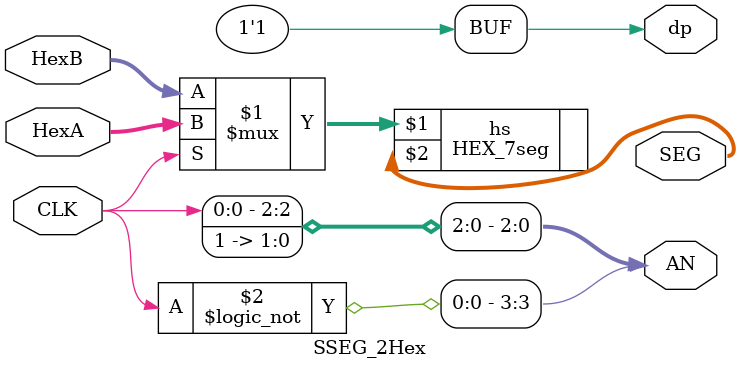
<source format=v>
`timescale 1ns / 1ps
module SSEG_2Hex(
  input wire[3:0] HexA,
  input wire[3:0] HexB,
  input wire CLK,
  output wire[6:0] SEG,
  output wire dp,
  output wire[3:0] AN );

  assign AN[1] = 1;
  assign AN[0] = 1;
  assign dp = 1;
  
  HEX_7seg hs( (CLK)?(HexA):(HexB), SEG );
  assign AN[3] = !CLK;
  assign AN[2] = CLK;

endmodule

</source>
